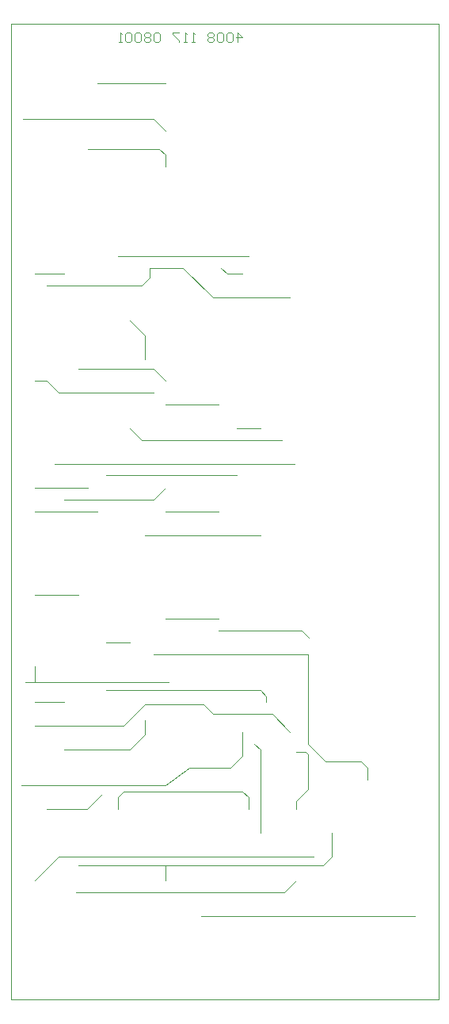
<source format=gbl>
*%FSLAX23Y23*%
*%MOIN*%
G01*
D13*
X10055Y9975D02*
Y10015D01*
X10075Y9995D01*
X10048D01*
X10035Y10008D02*
X10028Y10015D01*
X10015D01*
X10008Y10008D01*
Y9982D01*
X10015Y9975D01*
X10028D01*
X10035Y9982D01*
Y10008D01*
X9995D02*
X9988Y10015D01*
X9975D01*
X9968Y10008D01*
Y9982D01*
X9975Y9975D01*
X9988D01*
X9995Y9982D01*
Y10008D01*
X9955D02*
X9948Y10015D01*
X9935D01*
X9928Y10008D01*
Y10002D01*
X9935Y9995D01*
X9928Y9988D01*
Y9982D01*
X9935Y9975D01*
X9948D01*
X9955Y9982D01*
Y9988D01*
X9948Y9995D01*
X9955Y10002D01*
Y10008D01*
X9948Y9995D02*
X9935D01*
X9875Y9975D02*
X9862D01*
X9868D01*
Y10015D01*
X9869D01*
X9868D02*
X9875Y10008D01*
X9842Y9975D02*
X9828D01*
X9835D01*
Y10015D01*
X9836D01*
X9835D02*
X9842Y10008D01*
X9808Y10015D02*
X9782D01*
Y10008D01*
X9808Y9982D01*
Y9975D01*
X9728Y10008D02*
X9722Y10015D01*
X9708D01*
X9702Y10008D01*
Y9982D01*
X9708Y9975D01*
X9722D01*
X9728Y9982D01*
Y10008D01*
X9688D02*
X9682Y10015D01*
X9668D01*
X9662Y10008D01*
Y10002D01*
X9668Y9995D01*
X9662Y9988D01*
Y9982D01*
X9668Y9975D01*
X9682D01*
X9688Y9982D01*
Y9988D01*
X9682Y9995D01*
X9688Y10002D01*
Y10008D01*
X9682Y9995D02*
X9668D01*
X9648Y10008D02*
X9642Y10015D01*
X9628D01*
X9622Y10008D01*
Y9982D01*
X9628Y9975D01*
X9642D01*
X9648Y9982D01*
Y10008D01*
X9608D02*
X9602Y10015D01*
X9588D01*
X9582Y10008D01*
Y9982D01*
X9588Y9975D01*
X9602D01*
X9608Y9982D01*
Y10008D01*
X9568Y9975D02*
X9555D01*
X9562D01*
Y10015D01*
X9563D01*
X9562D02*
X9568Y10008D01*
D14*
X9825Y9025D02*
X9950Y8900D01*
X9200Y7350D02*
Y7285D01*
X9300Y6550D02*
X9200Y6450D01*
X9420Y6750D02*
X9485Y6815D01*
X9300Y8500D02*
X9250Y8550D01*
X9375Y6400D02*
X10250D01*
X9900Y6300D02*
X10800D01*
X9550Y6750D02*
Y6800D01*
X9600Y7000D02*
X9665Y7065D01*
X9575Y6825D02*
X9550Y6800D01*
X9575Y7100D02*
X9665Y7190D01*
X9650Y8300D02*
X9600Y8350D01*
X9665Y8740D02*
X9600Y8805D01*
X9750Y6515D02*
X9385D01*
X9750D02*
X10415D01*
X10375Y6550D02*
X9300D01*
X9750Y6515D02*
Y6450D01*
Y9450D02*
Y9500D01*
X9665Y7125D02*
Y7065D01*
X9685Y8985D02*
Y9025D01*
X9665Y8740D02*
Y8640D01*
X9850Y6925D02*
X9750Y6850D01*
X9700Y8050D02*
X9750Y8100D01*
Y9600D02*
X9700Y9650D01*
X9725Y9525D02*
X9750Y9500D01*
X9700Y8600D02*
X9750Y8550D01*
X9650Y8950D02*
X9685Y8985D01*
X9420Y6750D02*
X9250D01*
X9910Y7190D02*
X9950Y7150D01*
X10010Y9000D02*
X9985Y9025D01*
X9600Y7000D02*
X9325D01*
X9850Y6925D02*
X10025D01*
X9750Y6850D02*
X9145D01*
X10300Y6990D02*
X10340D01*
X10425Y6950D02*
X10575D01*
X10075Y6825D02*
X9575D01*
X10150Y6650D02*
Y7000D01*
X10100Y6800D02*
Y6750D01*
X10175Y7200D02*
Y7225D01*
X10075Y7075D02*
Y6975D01*
X10175Y7225D02*
X10150Y7250D01*
X10125Y7025D02*
X10150Y7000D01*
X10275Y7075D02*
X10200Y7150D01*
X10075Y6825D02*
X10100Y6800D01*
X10025Y6925D02*
X10075Y6975D01*
X9325Y7200D02*
X9200D01*
Y7100D02*
X9575D01*
X9950Y7150D02*
X10200D01*
X9910Y7190D02*
X9665D01*
X10350Y7025D02*
Y7400D01*
Y6980D02*
Y6835D01*
X10300Y6785D02*
Y6750D01*
X10355Y7470D02*
X10325Y7500D01*
X10350Y6835D02*
X10300Y6785D01*
X10350Y6980D02*
X10340Y6990D01*
X10350Y7025D02*
X10425Y6950D01*
X10300Y6450D02*
X10250Y6400D01*
X9765Y7285D02*
X9160D01*
X9500Y7250D02*
X10150D01*
X10450Y6650D02*
Y6550D01*
X10600Y6925D02*
X10575Y6950D01*
X10450Y6550D02*
X10415Y6515D01*
X9600Y7450D02*
X9500D01*
X9975Y7500D02*
X10325D01*
X9975Y7550D02*
X9750D01*
X9700Y7400D02*
X10350D01*
X10600Y6925D02*
Y6875D01*
X9385Y7650D02*
X9200D01*
X9665Y7900D02*
X10150D01*
X9700Y8050D02*
X9325D01*
X9425Y8100D02*
X9200D01*
X9500Y8155D02*
X10050D01*
X9465Y8000D02*
X9200D01*
X9750D02*
X9975D01*
X10240Y8300D02*
X9650D01*
X10050Y8350D02*
X10150D01*
X10295Y8200D02*
X9285D01*
X9300Y8500D02*
X9700D01*
X9250Y8550D02*
X9200D01*
X9750Y8450D02*
X9975D01*
X9700Y8600D02*
X9385D01*
X9250Y8950D02*
X9650D01*
X9950Y8900D02*
X10275D01*
X9325Y9000D02*
X9200D01*
X9550Y9075D02*
X10100D01*
X9825Y9025D02*
X9685D01*
X10010Y9000D02*
X10075D01*
X9725Y9525D02*
X9425D01*
X9150Y9650D02*
X9700D01*
X9750Y9800D02*
X9465D01*
X9100Y10050D02*
X10900D01*
Y5950D02*
X9100D01*
Y10050D01*
X10900D02*
Y5950D01*
D16*
X10800Y6300D02*
D03*
X10295Y8200D02*
D03*
X10240Y8300D02*
D03*
X10275Y8900D02*
D03*
X10355Y7470D02*
D03*
X10375Y6550D02*
D03*
X10100Y9075D02*
D03*
X10050Y8350D02*
D03*
X10015Y8200D02*
D03*
X10125Y7025D02*
D03*
X10075Y7075D02*
D03*
X10050Y8155D02*
D03*
X9975Y8450D02*
D03*
Y7500D02*
D03*
Y7550D02*
D03*
Y8000D02*
D03*
X9900Y6300D02*
D03*
X9700Y8500D02*
D03*
X9665Y8640D02*
D03*
X9765Y7285D02*
D03*
X9700Y7400D02*
D03*
X9665Y7125D02*
D03*
Y7900D02*
D03*
X9465Y9800D02*
D03*
X9550Y9075D02*
D03*
X9425Y9525D02*
D03*
X9500Y7250D02*
D03*
Y7450D02*
D03*
Y8155D02*
D03*
X9465Y8000D02*
D03*
X9485Y6815D02*
D03*
X9425Y8100D02*
D03*
Y6550D02*
D03*
X9385Y8600D02*
D03*
X9325Y9000D02*
D03*
X9285Y8200D02*
D03*
X9250Y8950D02*
D03*
X9325Y7000D02*
D03*
X9385Y7650D02*
D03*
X9325Y7200D02*
D03*
Y8050D02*
D03*
X9385Y6515D02*
D03*
X9375Y6400D02*
D03*
X9150Y9650D02*
D03*
X9160Y7285D02*
D03*
X9145Y6850D02*
D03*
D19*
X10075Y9000D02*
D03*
X10175D02*
D03*
X9685Y9025D02*
D03*
X9985D02*
D03*
X10075Y7200D02*
D03*
X10175D02*
D03*
X9975Y7075D02*
D03*
X10275D02*
D03*
X10000Y6990D02*
D03*
X10300D02*
D03*
X9900Y6875D02*
D03*
X10000D02*
D03*
X10100D02*
D03*
X10200D02*
D03*
X10300D02*
D03*
X10400D02*
D03*
X10500D02*
D03*
X10600D02*
D03*
X10700D02*
D03*
X10242Y7275D02*
D03*
Y7575D02*
D03*
X9675Y6025D02*
D03*
X9975D02*
D03*
X10300Y6450D02*
D03*
Y6350D02*
D03*
Y6150D02*
D03*
X10700D02*
D03*
Y6250D02*
D03*
Y6450D02*
D03*
X9750Y9900D02*
D03*
Y9800D02*
D03*
Y9600D02*
D03*
X10150D02*
D03*
Y9700D02*
D03*
Y9900D02*
D03*
X9200D02*
D03*
Y9800D02*
D03*
Y9600D02*
D03*
X9600D02*
D03*
Y9700D02*
D03*
Y9900D02*
D03*
X9200Y9450D02*
D03*
Y9350D02*
D03*
Y9150D02*
D03*
X9600D02*
D03*
Y9250D02*
D03*
Y9450D02*
D03*
X9750D02*
D03*
Y9350D02*
D03*
Y9150D02*
D03*
X10150D02*
D03*
Y9250D02*
D03*
Y9450D02*
D03*
X9200Y9000D02*
D03*
Y8900D02*
D03*
Y8700D02*
D03*
X9600D02*
D03*
Y8800D02*
D03*
Y9000D02*
D03*
X9200Y8550D02*
D03*
Y8450D02*
D03*
Y8250D02*
D03*
X9600D02*
D03*
Y8350D02*
D03*
Y8550D02*
D03*
X9750D02*
D03*
Y8450D02*
D03*
Y8250D02*
D03*
X10150D02*
D03*
Y8350D02*
D03*
Y8550D02*
D03*
X10550Y6650D02*
D03*
X10450D02*
D03*
X10350D02*
D03*
X10250D02*
D03*
X10150D02*
D03*
X10050D02*
D03*
X9950D02*
D03*
X9850D02*
D03*
X10500Y6750D02*
D03*
X10400D02*
D03*
X10300D02*
D03*
X10200D02*
D03*
X10100D02*
D03*
X10000D02*
D03*
X9900D02*
D03*
X9800D02*
D03*
X9625Y6682D02*
D03*
X9325D02*
D03*
X9550Y6752D02*
D03*
X9250D02*
D03*
X9200Y8100D02*
D03*
Y8000D02*
D03*
Y7800D02*
D03*
X9600D02*
D03*
Y7900D02*
D03*
Y8100D02*
D03*
X9750D02*
D03*
Y8000D02*
D03*
Y7800D02*
D03*
X10150D02*
D03*
Y7900D02*
D03*
Y8100D02*
D03*
X9200Y7650D02*
D03*
Y7550D02*
D03*
Y7350D02*
D03*
X9600D02*
D03*
Y7450D02*
D03*
Y7650D02*
D03*
X9750D02*
D03*
Y7550D02*
D03*
Y7350D02*
D03*
X10150D02*
D03*
Y7450D02*
D03*
Y7650D02*
D03*
X9200Y7200D02*
D03*
Y7100D02*
D03*
Y6900D02*
D03*
X9600D02*
D03*
Y7000D02*
D03*
Y7200D02*
D03*
X9625Y6602D02*
D03*
X9325D02*
D03*
X9200Y6450D02*
D03*
Y6350D02*
D03*
Y6150D02*
D03*
X9600D02*
D03*
Y6250D02*
D03*
Y6450D02*
D03*
X9750D02*
D03*
Y6350D02*
D03*
Y6150D02*
D03*
X10150D02*
D03*
Y6250D02*
D03*
Y6450D02*
D03*
D21*
X9750Y6675D02*
D03*
D24*
X9800Y8850D02*
D03*
Y7050D02*
D03*
D26*
X10500Y9750D02*
D03*
Y8850D02*
D03*
Y7050D02*
D03*
Y7950D02*
D03*
D30*
Y8400D02*
D03*
Y9300D02*
D03*
X10496Y7496D02*
D03*
D33*
X10800Y6875D02*
D03*
M02*

</source>
